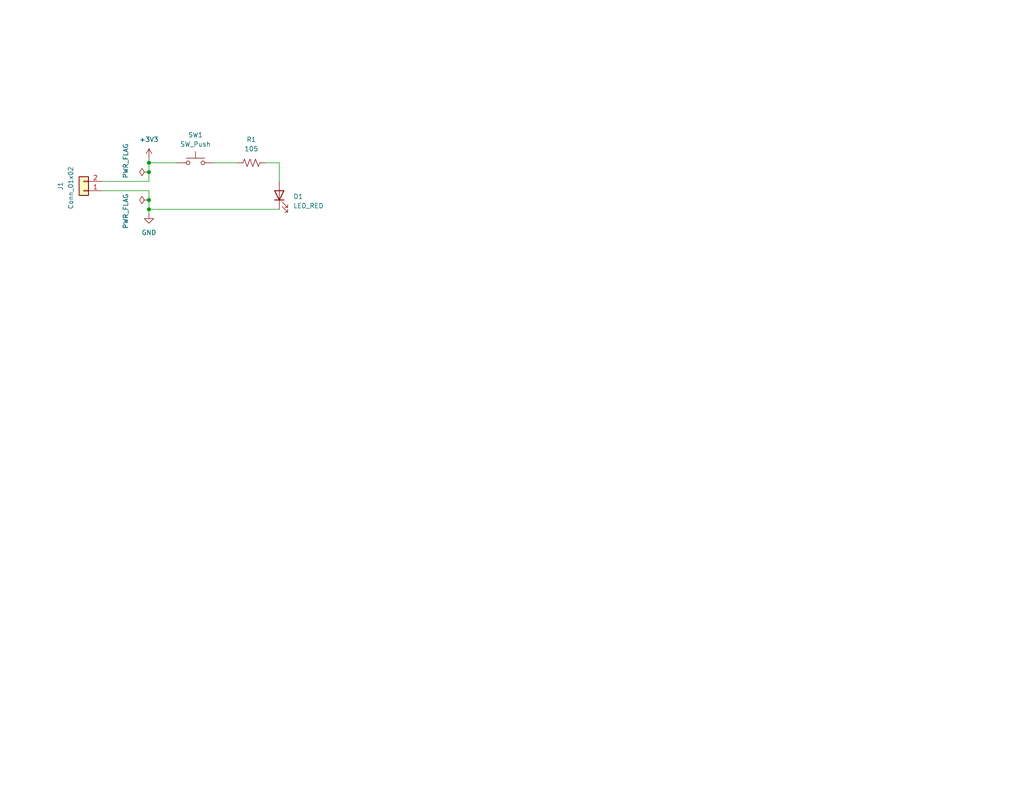
<source format=kicad_sch>
(kicad_sch (version 20231120) (generator "eeschema") (generator_version "8.0")
  (paper "USLetter")
  (title_block (title "LED Proj1") (date "2025-09-11") (rev "0.0") (company "Illini Solar Car") (comment 1 "Designed By: Hrithvik"))
  (lib_symbols
    (symbol "Connector_Generic:Conn_01x02" (pin_names (offset 1.016) hide)
      (property "Reference" "J" (at 0 2.54 0))
      (property "Value" "Conn_01x02" (at 0 -5.08 0))
      (symbol "Conn_01x02_1_1"
        (rectangle (start -1.27 -2.413) (end 0 -2.667) (stroke (width 0.1524)))
        (rectangle (start -1.27 0.127) (end 0 -0.127) (stroke (width 0.1524)))
        (rectangle (start -1.27 1.27) (end 1.27 -3.81) (stroke (width 0.254)) (fill (type background)))
        (pin passive line (at -5.08 0 0) (length 3.81) (name "Pin_1") (number "1"))
        (pin passive line (at -5.08 -2.54 0) (length 3.81) (name "Pin_2") (number "2"))
      )
    )
    (symbol "Device:R_US" (pin_numbers hide) (pin_names (offset 0))
      (property "Reference" "R" (at 2.54 0 90))
      (property "Value" "R_US" (at -2.54 0 90))
      (symbol "R_US_0_1"
        (polyline (pts (xy 0 -2.286) (xy 0 -2.54)))
        (polyline (pts (xy 0 2.286) (xy 0 2.54)))
        (polyline (pts (xy 0 -0.762) (xy 1.016 -1.143) (xy 0 -1.524) (xy -1.016 -1.905) (xy 0 -2.286)))
        (polyline (pts (xy 0 0.762) (xy 1.016 0.381) (xy 0 0) (xy -1.016 -0.381) (xy 0 -0.762)))
        (polyline (pts (xy 0 2.286) (xy 1.016 1.905) (xy 0 1.524) (xy -1.016 1.143) (xy 0 0.762)))
      )
      (symbol "R_US_1_1"
        (pin passive line (at 0 3.81 270) (length 1.27) (name "~") (number "1"))
        (pin passive line (at 0 -3.81 90) (length 1.27) (name "~") (number "2"))
      )
    )
    (symbol "Switch:SW_Push" (pin_numbers hide) (pin_names (offset 1.016) hide)
      (property "Reference" "SW" (at 1.27 2.54 0))
      (property "Value" "SW_Push" (at 0 -1.524 0))
      (symbol "SW_Push_0_1"
        (circle (center -2.032 0) (radius 0.508))
        (polyline (pts (xy 0 1.27) (xy 0 3.048)))
        (polyline (pts (xy 2.54 1.27) (xy -2.54 1.27)))
        (circle (center 2.032 0) (radius 0.508))
        (pin passive line (at -5.08 0 0) (length 2.54) (name "1") (number "1"))
        (pin passive line (at 5.08 0 180) (length 2.54) (name "2") (number "2"))
      )
    )
    (symbol "device:LED" (pin_numbers hide) (pin_names (offset 1.016) hide)
      (property "Reference" "D" (at 0 2.54 0))
      (property "Value" "LED" (at 0 -2.54 0))
      (symbol "LED_0_1"
        (polyline (pts (xy -1.27 -1.27) (xy -1.27 1.27)) (stroke (width 0.254)))
        (polyline (pts (xy -1.27 0) (xy 1.27 0)))
        (polyline (pts (xy 1.27 -1.27) (xy 1.27 1.27) (xy -1.27 0) (xy 1.27 -1.27)) (stroke (width 0.254)))
        (polyline (pts (xy -3.048 -0.762) (xy -4.572 -2.286) (xy -3.81 -2.286) (xy -4.572 -2.286) (xy -4.572 -1.524)))
        (polyline (pts (xy -1.778 -0.762) (xy -3.302 -2.286) (xy -2.54 -2.286) (xy -3.302 -2.286) (xy -3.302 -1.524)))
      )
      (symbol "LED_1_1"
        (pin passive line (at -3.81 0 0) (length 2.54) (name "K") (number "1"))
        (pin passive line (at 3.81 0 180) (length 2.54) (name "A") (number "2"))
      )
    )
    (symbol "power:+3V3" (power) (pin_names (offset 0))
      (property "Value" "+3V3" (at 0 3.556 0))
      (symbol "+3V3_0_1"
        (polyline (pts (xy -0.762 1.27) (xy 0 2.54)))
        (polyline (pts (xy 0 0) (xy 0 2.54)))
        (polyline (pts (xy 0 2.54) (xy 0.762 1.27)))
      )
      (symbol "+3V3_1_1"
        (pin power_in line (at 0 0 90) (length 0) hide (name "+3V3") (number "1"))
      )
    )
    (symbol "power:GND" (power) (pin_names (offset 0))
      (property "Value" "GND" (at 0 -3.81 0))
      (symbol "GND_0_1"
        (polyline (pts (xy 0 0) (xy 0 -1.27) (xy 1.27 -1.27) (xy 0 -2.54) (xy -1.27 -1.27) (xy 0 -1.27)))
      )
      (symbol "GND_1_1"
        (pin power_in line (at 0 0 270) (length 0) hide (name "GND") (number "1"))
      )
    )
    (symbol "power:PWR_FLAG" (power) (pin_numbers hide) (pin_names (offset 0) hide)
      (property "Value" "PWR_FLAG" (at 0 3.81 0))
      (symbol "PWR_FLAG_0_0"
        (pin power_out line (at 0 0 90) (length 0) (name "pwr") (number "1"))
      )
      (symbol "PWR_FLAG_0_1"
        (polyline (pts (xy 0 0) (xy 0 1.27) (xy -1.016 1.905) (xy 0 2.54) (xy 1.016 1.905) (xy 0 1.27)))
      )
    )
  )
  (junction (at 40.64 57.15))
  (junction (at 40.64 54.61))
  (junction (at 40.64 44.45))
  (junction (at 40.64 46.99))
  (wire (pts (xy 40.64 46.99) (xy 40.64 44.45)))
  (wire (pts (xy 40.64 44.45) (xy 48.26 44.45)))
  (wire (pts (xy 76.2 44.45) (xy 76.2 49.53)))
  (wire (pts (xy 40.64 54.61) (xy 40.64 57.15)))
  (wire (pts (xy 27.94 52.07) (xy 40.64 52.07)))
  (wire (pts (xy 40.64 43.18) (xy 40.64 44.45)))
  (wire (pts (xy 40.64 57.15) (xy 40.64 58.42)))
  (wire (pts (xy 76.2 57.15) (xy 40.64 57.15)))
  (wire (pts (xy 72.39 44.45) (xy 76.2 44.45)))
  (wire (pts (xy 58.42 44.45) (xy 64.77 44.45)))
  (wire (pts (xy 40.64 49.53) (xy 40.64 46.99)))
  (wire (pts (xy 40.64 52.07) (xy 40.64 54.61)))
  (wire (pts (xy 27.94 49.53) (xy 40.64 49.53)))
  (symbol (lib_id "Device:R_US") (at 68.58 44.45 90) (unit 1)
    (property "Reference" "R1" (at 68.58 38.1 90))
    (property "Value" "105" (at 68.58 40.64 90))
    (property "Footprint" "Resistor_SMD:R_0603_1608Metric_Pad0.98x0.95mm_HandSolder" (effects (hide yes)))
    (property "Description" "Resistor, US symbol" (effects (hide yes)))
  )
  (symbol (lib_id "power:+3V3") (at 40.64 43.18 0) (unit 1)
    (property "Reference" "#PWR01" (effects (hide yes)))
    (property "Value" "+3V3" (at 40.64 38.1 0))
    (property "Description" "Power symbol creates a global label with name \"+3V3\"" (effects (hide yes)))
  )
  (symbol (lib_id "Connector_Generic:Conn_01x02") (at 22.86 52.07 180) (unit 1)
    (property "Reference" "J1" (at 16.51 50.8 90))
    (property "Value" "Conn_01x02" (at 19.304 51.308 90))
    (property "Footprint" "Connector_Molex:Molex_KK-254_AE-6410-02A_1x02_P2.54mm_Vertical" (effects (hide yes)))
    (property "Description" "Generic connector, single row, 01x02, script generated (kicad-library-utils/schlib/autogen/connector/)" (effects (hide yes)))
  )
  (symbol (lib_id "power:PWR_FLAG") (at 40.64 46.99 90) (unit 1)
    (property "Reference" "#FLG01" (effects (hide yes)))
    (property "Value" "PWR_FLAG" (at 34.29 48.768 0) (effects (justify left)))
    (property "Description" "Special symbol for telling ERC where power comes from" (effects (hide yes)))
  )
  (symbol (lib_id "Switch:SW_Push") (at 53.34 44.45 0) (unit 1)
    (property "Reference" "SW1" (at 53.34 36.83 0))
    (property "Value" "SW_Push" (at 53.34 39.37 0))
    (property "Footprint" "Button_Switch_SMD:SW_DIP_SPSTx01_Slide_6.7x4.1mm_W8.61mm_P2.54mm_LowProfile" (effects (hide yes)))
    (property "Description" "Push button switch, generic, two pins" (effects (hide yes)))
  )
  (symbol (lib_id "device:LED") (at 76.2 53.34 90) (unit 1)
    (property "Reference" "D1" (at 80.01 53.6574 90) (effects (justify right)))
    (property "Value" "LED_RED" (at 80.01 56.1974 90) (effects (justify right)))
    (property "Footprint" "layout:LED_0603_Symbol_on_F.SilkS" (effects (hide yes)))
    (property "Description" "Light emitting diode" (effects (hide yes)))
  )
  (symbol (lib_id "power:GND") (at 40.64 58.42 0) (unit 1)
    (property "Reference" "#PWR02" (effects (hide yes)))
    (property "Value" "GND" (at 40.64 63.5 0))
    (property "Description" "Power symbol creates a global label with name \"GND\" , ground" (effects (hide yes)))
  )
  (symbol (lib_id "power:PWR_FLAG") (at 40.64 54.61 90) (unit 1)
    (property "Reference" "#FLG02" (effects (hide yes)))
    (property "Value" "PWR_FLAG" (at 34.29 62.484 0) (effects (justify left)))
    (property "Description" "Special symbol for telling ERC where power comes from" (effects (hide yes)))
  )
)
</source>
